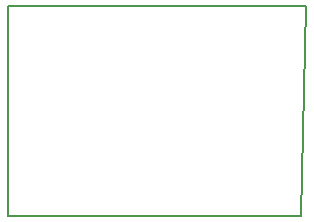
<source format=gbr>
G04 DipTrace 3.1.0.0*
G04 BoardOutline.gbr*
%MOMM*%
G04 #@! TF.FileFunction,Profile*
G04 #@! TF.Part,Single*
%ADD11C,0.14*%
%FSLAX35Y35*%
G04*
G71*
G90*
G75*
G01*
G04 BoardOutline*
%LPD*%
X1000000Y2778000D2*
D11*
X3518490D1*
X3476500Y1000000D1*
X1000000D1*
Y2143000D1*
Y2778000D1*
M02*

</source>
